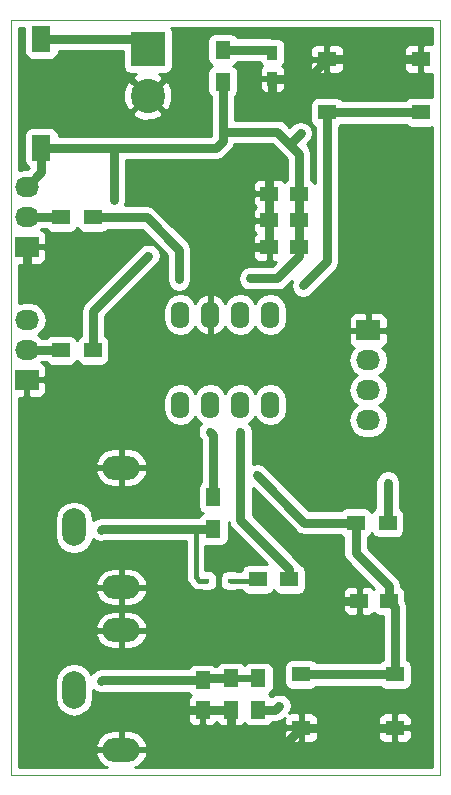
<source format=gbr>
G04 #@! TF.FileFunction,Copper,L1,Top,Signal*
%FSLAX46Y46*%
G04 Gerber Fmt 4.6, Leading zero omitted, Abs format (unit mm)*
G04 Created by KiCad (PCBNEW 4.0.5) date 02/27/17 15:44:33*
%MOMM*%
%LPD*%
G01*
G04 APERTURE LIST*
%ADD10C,0.200000*%
%ADD11C,0.100000*%
%ADD12R,2.900000X2.900000*%
%ADD13C,2.900000*%
%ADD14R,1.250000X1.500000*%
%ADD15R,1.500000X1.250000*%
%ADD16R,0.590000X0.450000*%
%ADD17R,0.900000X1.200000*%
%ADD18R,2.032000X1.727200*%
%ADD19O,2.032000X1.727200*%
%ADD20O,3.197860X1.998980*%
%ADD21O,1.998980X3.197860*%
%ADD22R,1.300000X1.500000*%
%ADD23R,1.500000X1.300000*%
%ADD24R,1.550000X1.300000*%
%ADD25R,1.600000X2.180000*%
%ADD26O,1.600000X2.300000*%
%ADD27C,0.685800*%
%ADD28C,0.800000*%
%ADD29C,1.000000*%
%ADD30C,0.600000*%
%ADD31C,0.400000*%
%ADD32C,0.500000*%
%ADD33C,0.254000*%
G04 APERTURE END LIST*
D10*
D11*
X0Y64000000D02*
X36300000Y64000000D01*
X0Y0D02*
X0Y64000000D01*
X36300000Y0D02*
X0Y0D01*
X36300000Y64000000D02*
X36300000Y0D01*
D12*
X11550000Y61500000D03*
D13*
X11550000Y57540000D03*
D14*
X16200000Y8050000D03*
X16200000Y5550000D03*
D15*
X31950000Y14800000D03*
X29450000Y14800000D03*
X24350000Y44750000D03*
X21850000Y44750000D03*
X24350000Y47000000D03*
X21850000Y47000000D03*
X24350000Y49250000D03*
X21850000Y49250000D03*
D16*
X16495000Y16500000D03*
X18605000Y16500000D03*
D17*
X22100000Y59000000D03*
X22100000Y61200000D03*
D18*
X30200000Y37700000D03*
D19*
X30200000Y35160000D03*
X30200000Y32620000D03*
X30200000Y30080000D03*
D20*
X9297960Y15945400D03*
D21*
X5300000Y21000000D03*
D20*
X9297960Y26054600D03*
X9297960Y2195400D03*
D21*
X5300000Y7250000D03*
D20*
X9297960Y12304600D03*
D18*
X1300000Y44750000D03*
D19*
X1300000Y47290000D03*
X1300000Y49830000D03*
D18*
X1300000Y33500000D03*
D19*
X1300000Y36040000D03*
X1300000Y38580000D03*
D22*
X18600000Y5550000D03*
X18600000Y8250000D03*
X17100000Y23550000D03*
X17100000Y20850000D03*
D23*
X23550000Y16600000D03*
X20850000Y16600000D03*
D22*
X20900000Y5550000D03*
X20900000Y8250000D03*
D23*
X29150000Y21400000D03*
X31850000Y21400000D03*
X6900000Y47250000D03*
X4200000Y47250000D03*
X6900000Y36000000D03*
X4200000Y36000000D03*
D22*
X17900000Y58750000D03*
X17900000Y61450000D03*
D24*
X32475000Y4050000D03*
X24525000Y4050000D03*
X32475000Y8550000D03*
X24525000Y8550000D03*
D25*
X2547680Y53147570D03*
X2552320Y62352430D03*
D24*
X34675000Y56150000D03*
X26725000Y56150000D03*
X34675000Y60650000D03*
X26725000Y60650000D03*
D26*
X14300000Y31400000D03*
X16840000Y31400000D03*
X19380000Y31400000D03*
X21920000Y31400000D03*
X21920000Y39020000D03*
X19380000Y39020000D03*
X16840000Y39020000D03*
X14300000Y39020000D03*
D27*
X4400000Y39200000D03*
X12500000Y12300000D03*
X16800000Y41700000D03*
X21800000Y51500000D03*
X13600000Y5500000D03*
X21300000Y56300000D03*
X7600000Y8000000D03*
X20800000Y25400000D03*
X24500000Y54400000D03*
X31900000Y24800000D03*
X8700000Y48700000D03*
X20200000Y42100000D03*
X7600000Y20800000D03*
X14200000Y42000000D03*
X16800000Y29100000D03*
X19400000Y29100000D03*
X22700000Y5900000D03*
X11600000Y44000000D03*
X24700000Y41500000D03*
D28*
X2552320Y62352430D02*
X10697570Y62352430D01*
D29*
X10697570Y62352430D02*
X11550000Y61500000D01*
D28*
X1300000Y42300000D02*
X1300000Y44750000D01*
X4400000Y39200000D02*
X1300000Y42300000D01*
X29450000Y14800000D02*
X26400000Y14800000D01*
X23900000Y12300000D02*
X12500000Y12300000D01*
X26400000Y14800000D02*
X23900000Y12300000D01*
X21850000Y44750000D02*
X19850000Y44750000D01*
X19850000Y44750000D02*
X16800000Y41700000D01*
X21850000Y44750000D02*
X21850000Y47000000D01*
X21850000Y47000000D02*
X21850000Y49250000D01*
X21850000Y49250000D02*
X21800000Y49300000D01*
X21800000Y49300000D02*
X21800000Y51500000D01*
X18600000Y5550000D02*
X18600000Y3500000D01*
X23175000Y2700000D02*
X24525000Y4050000D01*
X19400000Y2700000D02*
X23175000Y2700000D01*
X18600000Y3500000D02*
X19400000Y2700000D01*
X32475000Y4050000D02*
X24525000Y4050000D01*
X26725000Y60650000D02*
X34675000Y60650000D01*
X22100000Y59000000D02*
X25075000Y59000000D01*
X25075000Y59000000D02*
X26725000Y60650000D01*
X16200000Y5550000D02*
X13650000Y5550000D01*
X13650000Y5550000D02*
X13600000Y5500000D01*
X18600000Y5550000D02*
X16200000Y5550000D01*
X22100000Y59000000D02*
X22100000Y57100000D01*
X22100000Y57100000D02*
X21300000Y56300000D01*
X16200000Y8050000D02*
X7650000Y8050000D01*
X7650000Y8050000D02*
X7600000Y8000000D01*
D30*
X20900000Y8250000D02*
X18600000Y8250000D01*
D28*
X18600000Y8250000D02*
X16400000Y8250000D01*
D30*
X16400000Y8250000D02*
X16200000Y8050000D01*
D28*
X29150000Y21400000D02*
X24800000Y21400000D01*
X24800000Y21400000D02*
X20800000Y25400000D01*
X31950000Y14800000D02*
X31950000Y16050000D01*
X29150000Y18850000D02*
X29150000Y21400000D01*
X31950000Y16050000D02*
X29150000Y18850000D01*
X32475000Y8550000D02*
X32475000Y14275000D01*
X32475000Y14275000D02*
X31950000Y14800000D01*
X24525000Y8550000D02*
X32475000Y8550000D01*
X23450000Y53550000D02*
X23650000Y53550000D01*
X23650000Y53550000D02*
X24500000Y54400000D01*
X31850000Y24750000D02*
X31850000Y21400000D01*
X31900000Y24800000D02*
X31850000Y24750000D01*
X17900000Y54500000D02*
X22500000Y54500000D01*
X24350000Y52650000D02*
X24350000Y49250000D01*
X22500000Y54500000D02*
X23450000Y53550000D01*
X23450000Y53550000D02*
X24350000Y52650000D01*
X8700000Y53147570D02*
X8700000Y48700000D01*
X24350000Y44750000D02*
X24350000Y43950000D01*
X22500000Y42100000D02*
X20200000Y42100000D01*
X24350000Y43950000D02*
X22500000Y42100000D01*
X24350000Y47000000D02*
X24350000Y44750000D01*
X24350000Y49250000D02*
X24350000Y47000000D01*
X2547680Y53147570D02*
X2547680Y51077680D01*
X2547680Y51077680D02*
X1300000Y49830000D01*
X17900000Y58750000D02*
X17900000Y54500000D01*
X17900000Y54500000D02*
X17900000Y53700000D01*
X17347570Y53147570D02*
X8700000Y53147570D01*
X8700000Y53147570D02*
X2547680Y53147570D01*
X17900000Y53700000D02*
X17347570Y53147570D01*
D31*
X16495000Y16500000D02*
X15900000Y16500000D01*
X15600000Y16800000D02*
X15600000Y20850000D01*
X15900000Y16500000D02*
X15600000Y16800000D01*
D28*
X17100000Y20850000D02*
X15600000Y20850000D01*
X15600000Y20850000D02*
X7650000Y20850000D01*
X7650000Y20850000D02*
X7600000Y20800000D01*
D31*
X18605000Y16500000D02*
X20750000Y16500000D01*
D32*
X20750000Y16500000D02*
X20850000Y16600000D01*
D28*
X17900000Y61450000D02*
X21850000Y61450000D01*
D30*
X21850000Y61450000D02*
X22100000Y61200000D01*
D28*
X6900000Y47250000D02*
X11450000Y47250000D01*
X14200000Y44500000D02*
X14200000Y42000000D01*
X11450000Y47250000D02*
X14200000Y44500000D01*
X17100000Y23550000D02*
X17100000Y28800000D01*
X17100000Y28800000D02*
X16800000Y29100000D01*
X1300000Y47290000D02*
X4160000Y47290000D01*
D30*
X4160000Y47290000D02*
X4200000Y47250000D01*
D28*
X1300000Y36040000D02*
X4160000Y36040000D01*
D30*
X4160000Y36040000D02*
X4200000Y36000000D01*
D28*
X23550000Y16600000D02*
X23550000Y17450000D01*
X19400000Y21600000D02*
X19400000Y29100000D01*
X23550000Y17450000D02*
X19400000Y21600000D01*
X20900000Y5550000D02*
X22350000Y5550000D01*
X22350000Y5550000D02*
X22700000Y5900000D01*
X20900000Y5550000D02*
X21150000Y5550000D01*
X6900000Y36000000D02*
X6900000Y39300000D01*
X6900000Y39300000D02*
X11600000Y44000000D01*
X26725000Y56150000D02*
X26725000Y43525000D01*
X26725000Y43525000D02*
X24700000Y41500000D01*
X26725000Y56150000D02*
X34675000Y56150000D01*
D33*
G36*
X33435910Y55048559D02*
X33648110Y54903569D01*
X33900000Y54852560D01*
X35450000Y54852560D01*
X35615000Y54883607D01*
X35615000Y685000D01*
X10466072Y685000D01*
X10640225Y733929D01*
X11142962Y1129444D01*
X11456073Y1687241D01*
X11487019Y1815046D01*
X11367665Y2068400D01*
X9424960Y2068400D01*
X9424960Y2048400D01*
X9170960Y2048400D01*
X9170960Y2068400D01*
X7228255Y2068400D01*
X7108901Y1815046D01*
X7139847Y1687241D01*
X7452958Y1129444D01*
X7955695Y733929D01*
X8129848Y685000D01*
X685000Y685000D01*
X685000Y2575754D01*
X7108901Y2575754D01*
X7228255Y2322400D01*
X9170960Y2322400D01*
X9170960Y3829890D01*
X9424960Y3829890D01*
X9424960Y2322400D01*
X11367665Y2322400D01*
X11487019Y2575754D01*
X11456073Y2703559D01*
X11142962Y3261356D01*
X10640225Y3656871D01*
X10258032Y3764250D01*
X23115000Y3764250D01*
X23115000Y3273690D01*
X23211673Y3040301D01*
X23390302Y2861673D01*
X23623691Y2765000D01*
X24239250Y2765000D01*
X24398000Y2923750D01*
X24398000Y3923000D01*
X24652000Y3923000D01*
X24652000Y2923750D01*
X24810750Y2765000D01*
X25426309Y2765000D01*
X25659698Y2861673D01*
X25838327Y3040301D01*
X25935000Y3273690D01*
X25935000Y3764250D01*
X31065000Y3764250D01*
X31065000Y3273690D01*
X31161673Y3040301D01*
X31340302Y2861673D01*
X31573691Y2765000D01*
X32189250Y2765000D01*
X32348000Y2923750D01*
X32348000Y3923000D01*
X32602000Y3923000D01*
X32602000Y2923750D01*
X32760750Y2765000D01*
X33376309Y2765000D01*
X33609698Y2861673D01*
X33788327Y3040301D01*
X33885000Y3273690D01*
X33885000Y3764250D01*
X33726250Y3923000D01*
X32602000Y3923000D01*
X32348000Y3923000D01*
X31223750Y3923000D01*
X31065000Y3764250D01*
X25935000Y3764250D01*
X25776250Y3923000D01*
X24652000Y3923000D01*
X24398000Y3923000D01*
X23273750Y3923000D01*
X23115000Y3764250D01*
X10258032Y3764250D01*
X10024400Y3829890D01*
X9424960Y3829890D01*
X9170960Y3829890D01*
X8571520Y3829890D01*
X7955695Y3656871D01*
X7452958Y3261356D01*
X7139847Y2703559D01*
X7108901Y2575754D01*
X685000Y2575754D01*
X685000Y7893205D01*
X3665510Y7893205D01*
X3665510Y6606795D01*
X3789928Y5981303D01*
X4144241Y5451036D01*
X4674508Y5096723D01*
X5300000Y4972305D01*
X5925492Y5096723D01*
X6176213Y5264250D01*
X14940000Y5264250D01*
X14940000Y4673691D01*
X15036673Y4440302D01*
X15215301Y4261673D01*
X15448690Y4165000D01*
X15914250Y4165000D01*
X16073000Y4323750D01*
X16073000Y5423000D01*
X16327000Y5423000D01*
X16327000Y4323750D01*
X16485750Y4165000D01*
X16951310Y4165000D01*
X17184699Y4261673D01*
X17363327Y4440302D01*
X17387500Y4498661D01*
X17411673Y4440302D01*
X17590301Y4261673D01*
X17823690Y4165000D01*
X18314250Y4165000D01*
X18473000Y4323750D01*
X18473000Y5423000D01*
X17473750Y5423000D01*
X17387500Y5336750D01*
X17301250Y5423000D01*
X16327000Y5423000D01*
X16073000Y5423000D01*
X15098750Y5423000D01*
X14940000Y5264250D01*
X6176213Y5264250D01*
X6455759Y5451036D01*
X6810072Y5981303D01*
X6934490Y6606795D01*
X6934490Y7223813D01*
X7203923Y7043785D01*
X7600000Y6964999D01*
X7851368Y7015000D01*
X15003808Y7015000D01*
X15110910Y6848559D01*
X15179006Y6802031D01*
X15036673Y6659698D01*
X14940000Y6426309D01*
X14940000Y5835750D01*
X15098750Y5677000D01*
X16073000Y5677000D01*
X16073000Y5697000D01*
X16327000Y5697000D01*
X16327000Y5677000D01*
X17301250Y5677000D01*
X17387500Y5763250D01*
X17473750Y5677000D01*
X18473000Y5677000D01*
X18473000Y5697000D01*
X18727000Y5697000D01*
X18727000Y5677000D01*
X18747000Y5677000D01*
X18747000Y5423000D01*
X18727000Y5423000D01*
X18727000Y4323750D01*
X18885750Y4165000D01*
X19376310Y4165000D01*
X19609699Y4261673D01*
X19750936Y4402911D01*
X19785910Y4348559D01*
X19998110Y4203569D01*
X20250000Y4152560D01*
X21550000Y4152560D01*
X21785317Y4196838D01*
X22001441Y4335910D01*
X22123808Y4515000D01*
X22349995Y4515000D01*
X22350000Y4514999D01*
X22746077Y4593785D01*
X23081856Y4818144D01*
X23132662Y4868950D01*
X23115000Y4826310D01*
X23115000Y4335750D01*
X23273750Y4177000D01*
X24398000Y4177000D01*
X24398000Y5176250D01*
X24652000Y5176250D01*
X24652000Y4177000D01*
X25776250Y4177000D01*
X25935000Y4335750D01*
X25935000Y4826310D01*
X31065000Y4826310D01*
X31065000Y4335750D01*
X31223750Y4177000D01*
X32348000Y4177000D01*
X32348000Y5176250D01*
X32602000Y5176250D01*
X32602000Y4177000D01*
X33726250Y4177000D01*
X33885000Y4335750D01*
X33885000Y4826310D01*
X33788327Y5059699D01*
X33609698Y5238327D01*
X33376309Y5335000D01*
X32760750Y5335000D01*
X32602000Y5176250D01*
X32348000Y5176250D01*
X32189250Y5335000D01*
X31573691Y5335000D01*
X31340302Y5238327D01*
X31161673Y5059699D01*
X31065000Y4826310D01*
X25935000Y4826310D01*
X25838327Y5059699D01*
X25659698Y5238327D01*
X25426309Y5335000D01*
X24810750Y5335000D01*
X24652000Y5176250D01*
X24398000Y5176250D01*
X24239250Y5335000D01*
X23623691Y5335000D01*
X23512597Y5288983D01*
X23656215Y5503923D01*
X23735001Y5900000D01*
X23656215Y6296078D01*
X23431856Y6631856D01*
X23096078Y6856215D01*
X22700000Y6935001D01*
X22303923Y6856215D01*
X22054089Y6689281D01*
X22014090Y6751441D01*
X21801890Y6896431D01*
X21788803Y6899081D01*
X22001441Y7035910D01*
X22146431Y7248110D01*
X22197440Y7500000D01*
X22197440Y9000000D01*
X22153162Y9235317D01*
X22014090Y9451441D01*
X21801890Y9596431D01*
X21550000Y9647440D01*
X20250000Y9647440D01*
X20014683Y9603162D01*
X19798559Y9464090D01*
X19750866Y9394289D01*
X19714090Y9451441D01*
X19501890Y9596431D01*
X19250000Y9647440D01*
X17950000Y9647440D01*
X17714683Y9603162D01*
X17498559Y9464090D01*
X17376192Y9285000D01*
X17239975Y9285000D01*
X17076890Y9396431D01*
X16825000Y9447440D01*
X15575000Y9447440D01*
X15339683Y9403162D01*
X15123559Y9264090D01*
X15001192Y9085000D01*
X7650005Y9085000D01*
X7650000Y9085001D01*
X7253923Y9006215D01*
X6918144Y8781856D01*
X6918142Y8781853D01*
X6868144Y8731856D01*
X6767894Y8581821D01*
X6455759Y9048964D01*
X5925492Y9403277D01*
X5300000Y9527695D01*
X4674508Y9403277D01*
X4144241Y9048964D01*
X3789928Y8518697D01*
X3665510Y7893205D01*
X685000Y7893205D01*
X685000Y11924246D01*
X7108901Y11924246D01*
X7139847Y11796441D01*
X7452958Y11238644D01*
X7955695Y10843129D01*
X8571520Y10670110D01*
X9170960Y10670110D01*
X9170960Y12177600D01*
X9424960Y12177600D01*
X9424960Y10670110D01*
X10024400Y10670110D01*
X10640225Y10843129D01*
X11142962Y11238644D01*
X11456073Y11796441D01*
X11487019Y11924246D01*
X11367665Y12177600D01*
X9424960Y12177600D01*
X9170960Y12177600D01*
X7228255Y12177600D01*
X7108901Y11924246D01*
X685000Y11924246D01*
X685000Y12684954D01*
X7108901Y12684954D01*
X7228255Y12431600D01*
X9170960Y12431600D01*
X9170960Y13939090D01*
X9424960Y13939090D01*
X9424960Y12431600D01*
X11367665Y12431600D01*
X11487019Y12684954D01*
X11456073Y12812759D01*
X11142962Y13370556D01*
X10640225Y13766071D01*
X10024400Y13939090D01*
X9424960Y13939090D01*
X9170960Y13939090D01*
X8571520Y13939090D01*
X7955695Y13766071D01*
X7452958Y13370556D01*
X7139847Y12812759D01*
X7108901Y12684954D01*
X685000Y12684954D01*
X685000Y15565046D01*
X7108901Y15565046D01*
X7139847Y15437241D01*
X7452958Y14879444D01*
X7955695Y14483929D01*
X8571520Y14310910D01*
X9170960Y14310910D01*
X9170960Y15818400D01*
X9424960Y15818400D01*
X9424960Y14310910D01*
X10024400Y14310910D01*
X10640225Y14483929D01*
X10678765Y14514250D01*
X28065000Y14514250D01*
X28065000Y14048690D01*
X28161673Y13815301D01*
X28340302Y13636673D01*
X28573691Y13540000D01*
X29164250Y13540000D01*
X29323000Y13698750D01*
X29323000Y14673000D01*
X28223750Y14673000D01*
X28065000Y14514250D01*
X10678765Y14514250D01*
X11142962Y14879444D01*
X11456073Y15437241D01*
X11487019Y15565046D01*
X11367665Y15818400D01*
X9424960Y15818400D01*
X9170960Y15818400D01*
X7228255Y15818400D01*
X7108901Y15565046D01*
X685000Y15565046D01*
X685000Y16325754D01*
X7108901Y16325754D01*
X7228255Y16072400D01*
X9170960Y16072400D01*
X9170960Y17579890D01*
X9424960Y17579890D01*
X9424960Y16072400D01*
X11367665Y16072400D01*
X11487019Y16325754D01*
X11456073Y16453559D01*
X11142962Y17011356D01*
X10640225Y17406871D01*
X10024400Y17579890D01*
X9424960Y17579890D01*
X9170960Y17579890D01*
X8571520Y17579890D01*
X7955695Y17406871D01*
X7452958Y17011356D01*
X7139847Y16453559D01*
X7108901Y16325754D01*
X685000Y16325754D01*
X685000Y21643205D01*
X3665510Y21643205D01*
X3665510Y20356795D01*
X3789928Y19731303D01*
X4144241Y19201036D01*
X4674508Y18846723D01*
X5300000Y18722305D01*
X5925492Y18846723D01*
X6455759Y19201036D01*
X6810072Y19731303D01*
X6876026Y20062877D01*
X7203923Y19843785D01*
X7600000Y19764999D01*
X7851368Y19815000D01*
X14765000Y19815000D01*
X14765000Y16800000D01*
X14828561Y16480459D01*
X14974982Y16261325D01*
X15009566Y16209566D01*
X15309566Y15909566D01*
X15580459Y15728561D01*
X15900000Y15665000D01*
X16015116Y15665000D01*
X16200000Y15627560D01*
X16790000Y15627560D01*
X17025317Y15671838D01*
X17241441Y15810910D01*
X17386431Y16023110D01*
X17437440Y16275000D01*
X17437440Y16725000D01*
X17393162Y16960317D01*
X17254090Y17176441D01*
X17041890Y17321431D01*
X16790000Y17372440D01*
X16435000Y17372440D01*
X16435000Y19455598D01*
X16450000Y19452560D01*
X17750000Y19452560D01*
X17985317Y19496838D01*
X18201441Y19635910D01*
X18346431Y19848110D01*
X18397440Y20100000D01*
X18397440Y21436911D01*
X18443785Y21203923D01*
X18668144Y20868144D01*
X21648713Y17887575D01*
X21600000Y17897440D01*
X20100000Y17897440D01*
X19864683Y17853162D01*
X19648559Y17714090D01*
X19503569Y17501890D01*
X19469773Y17335000D01*
X19084884Y17335000D01*
X18900000Y17372440D01*
X18310000Y17372440D01*
X18074683Y17328162D01*
X17858559Y17189090D01*
X17713569Y16976890D01*
X17662560Y16725000D01*
X17662560Y16275000D01*
X17706838Y16039683D01*
X17845910Y15823559D01*
X18058110Y15678569D01*
X18310000Y15627560D01*
X18900000Y15627560D01*
X19098976Y15665000D01*
X19528808Y15665000D01*
X19635910Y15498559D01*
X19848110Y15353569D01*
X20100000Y15302560D01*
X21600000Y15302560D01*
X21835317Y15346838D01*
X22051441Y15485910D01*
X22196431Y15698110D01*
X22199081Y15711197D01*
X22335910Y15498559D01*
X22548110Y15353569D01*
X22800000Y15302560D01*
X24300000Y15302560D01*
X24535317Y15346838D01*
X24751441Y15485910D01*
X24796126Y15551310D01*
X28065000Y15551310D01*
X28065000Y15085750D01*
X28223750Y14927000D01*
X29323000Y14927000D01*
X29323000Y15901250D01*
X29164250Y16060000D01*
X28573691Y16060000D01*
X28340302Y15963327D01*
X28161673Y15784699D01*
X28065000Y15551310D01*
X24796126Y15551310D01*
X24896431Y15698110D01*
X24947440Y15950000D01*
X24947440Y17250000D01*
X24903162Y17485317D01*
X24764090Y17701441D01*
X24551890Y17846431D01*
X24498795Y17857183D01*
X24416349Y17980571D01*
X24281856Y18181856D01*
X24281853Y18181858D01*
X20435000Y22028712D01*
X20435000Y24301288D01*
X24068142Y20668147D01*
X24068144Y20668144D01*
X24222511Y20565000D01*
X24403922Y20443785D01*
X24800000Y20364999D01*
X24800005Y20365000D01*
X27893156Y20365000D01*
X27935910Y20298559D01*
X28115000Y20176192D01*
X28115000Y18850005D01*
X28114999Y18850000D01*
X28193785Y18453923D01*
X28418144Y18118144D01*
X30707415Y15828873D01*
X30702031Y15820994D01*
X30559698Y15963327D01*
X30326309Y16060000D01*
X29735750Y16060000D01*
X29577000Y15901250D01*
X29577000Y14927000D01*
X29597000Y14927000D01*
X29597000Y14673000D01*
X29577000Y14673000D01*
X29577000Y13698750D01*
X29735750Y13540000D01*
X30326309Y13540000D01*
X30559698Y13636673D01*
X30700936Y13777910D01*
X30735910Y13723559D01*
X30948110Y13578569D01*
X31200000Y13527560D01*
X31440000Y13527560D01*
X31440000Y9787279D01*
X31248559Y9664090D01*
X31194519Y9585000D01*
X25806844Y9585000D01*
X25764090Y9651441D01*
X25551890Y9796431D01*
X25300000Y9847440D01*
X23750000Y9847440D01*
X23514683Y9803162D01*
X23298559Y9664090D01*
X23153569Y9451890D01*
X23102560Y9200000D01*
X23102560Y7900000D01*
X23146838Y7664683D01*
X23285910Y7448559D01*
X23498110Y7303569D01*
X23750000Y7252560D01*
X25300000Y7252560D01*
X25535317Y7296838D01*
X25751441Y7435910D01*
X25805481Y7515000D01*
X31193156Y7515000D01*
X31235910Y7448559D01*
X31448110Y7303569D01*
X31700000Y7252560D01*
X33250000Y7252560D01*
X33485317Y7296838D01*
X33701441Y7435910D01*
X33846431Y7648110D01*
X33897440Y7900000D01*
X33897440Y9200000D01*
X33853162Y9435317D01*
X33714090Y9651441D01*
X33510000Y9790890D01*
X33510000Y14274995D01*
X33510001Y14275000D01*
X33431215Y14671077D01*
X33347440Y14796455D01*
X33347440Y15425000D01*
X33303162Y15660317D01*
X33164090Y15876441D01*
X32985000Y15998808D01*
X32985000Y16049995D01*
X32985001Y16050000D01*
X32906215Y16446077D01*
X32681856Y16781856D01*
X30185000Y19278712D01*
X30185000Y20178808D01*
X30351441Y20285910D01*
X30496431Y20498110D01*
X30499081Y20511197D01*
X30635910Y20298559D01*
X30848110Y20153569D01*
X31100000Y20102560D01*
X32600000Y20102560D01*
X32835317Y20146838D01*
X33051441Y20285910D01*
X33196431Y20498110D01*
X33247440Y20750000D01*
X33247440Y22050000D01*
X33203162Y22285317D01*
X33064090Y22501441D01*
X32885000Y22623808D01*
X32885000Y24548632D01*
X32935001Y24800000D01*
X32856215Y25196078D01*
X32631856Y25531856D01*
X32296078Y25756215D01*
X31900000Y25835001D01*
X31503923Y25756215D01*
X31168145Y25531856D01*
X31118144Y25481856D01*
X30893785Y25146077D01*
X30814999Y24750000D01*
X30815000Y24749995D01*
X30815000Y22621192D01*
X30648559Y22514090D01*
X30503569Y22301890D01*
X30500919Y22288803D01*
X30364090Y22501441D01*
X30151890Y22646431D01*
X29900000Y22697440D01*
X28400000Y22697440D01*
X28164683Y22653162D01*
X27948559Y22514090D01*
X27894519Y22435000D01*
X25228711Y22435000D01*
X21531856Y26131856D01*
X21196077Y26356215D01*
X20800000Y26435001D01*
X20435000Y26362397D01*
X20435000Y29100000D01*
X20356215Y29496077D01*
X20135159Y29826913D01*
X20394698Y30000332D01*
X20650000Y30382418D01*
X20905302Y30000332D01*
X21370849Y29689263D01*
X21920000Y29580030D01*
X22469151Y29689263D01*
X22934698Y30000332D01*
X23245767Y30465879D01*
X23355000Y31015030D01*
X23355000Y31784970D01*
X23245767Y32334121D01*
X22934698Y32799668D01*
X22469151Y33110737D01*
X21920000Y33219970D01*
X21370849Y33110737D01*
X20905302Y32799668D01*
X20650000Y32417582D01*
X20394698Y32799668D01*
X19929151Y33110737D01*
X19380000Y33219970D01*
X18830849Y33110737D01*
X18365302Y32799668D01*
X18110000Y32417582D01*
X17854698Y32799668D01*
X17389151Y33110737D01*
X16840000Y33219970D01*
X16290849Y33110737D01*
X15825302Y32799668D01*
X15570000Y32417582D01*
X15314698Y32799668D01*
X14849151Y33110737D01*
X14300000Y33219970D01*
X13750849Y33110737D01*
X13285302Y32799668D01*
X12974233Y32334121D01*
X12865000Y31784970D01*
X12865000Y31015030D01*
X12974233Y30465879D01*
X13285302Y30000332D01*
X13750849Y29689263D01*
X14300000Y29580030D01*
X14849151Y29689263D01*
X15314698Y30000332D01*
X15570000Y30382418D01*
X15825302Y30000332D01*
X16072794Y29834963D01*
X16068144Y29831856D01*
X15843785Y29496077D01*
X15764999Y29100000D01*
X15843785Y28703923D01*
X16065000Y28372849D01*
X16065000Y24806844D01*
X15998559Y24764090D01*
X15853569Y24551890D01*
X15802560Y24300000D01*
X15802560Y22800000D01*
X15846838Y22564683D01*
X15985910Y22348559D01*
X16198110Y22203569D01*
X16211197Y22200919D01*
X15998559Y22064090D01*
X15876192Y21885000D01*
X7650005Y21885000D01*
X7650000Y21885001D01*
X7253923Y21806215D01*
X6934490Y21592778D01*
X6934490Y21643205D01*
X6810072Y22268697D01*
X6455759Y22798964D01*
X5925492Y23153277D01*
X5300000Y23277695D01*
X4674508Y23153277D01*
X4144241Y22798964D01*
X3789928Y22268697D01*
X3665510Y21643205D01*
X685000Y21643205D01*
X685000Y25674246D01*
X7108901Y25674246D01*
X7139847Y25546441D01*
X7452958Y24988644D01*
X7955695Y24593129D01*
X8571520Y24420110D01*
X9170960Y24420110D01*
X9170960Y25927600D01*
X9424960Y25927600D01*
X9424960Y24420110D01*
X10024400Y24420110D01*
X10640225Y24593129D01*
X11142962Y24988644D01*
X11456073Y25546441D01*
X11487019Y25674246D01*
X11367665Y25927600D01*
X9424960Y25927600D01*
X9170960Y25927600D01*
X7228255Y25927600D01*
X7108901Y25674246D01*
X685000Y25674246D01*
X685000Y26434954D01*
X7108901Y26434954D01*
X7228255Y26181600D01*
X9170960Y26181600D01*
X9170960Y27689090D01*
X9424960Y27689090D01*
X9424960Y26181600D01*
X11367665Y26181600D01*
X11487019Y26434954D01*
X11456073Y26562759D01*
X11142962Y27120556D01*
X10640225Y27516071D01*
X10024400Y27689090D01*
X9424960Y27689090D01*
X9170960Y27689090D01*
X8571520Y27689090D01*
X7955695Y27516071D01*
X7452958Y27120556D01*
X7139847Y26562759D01*
X7108901Y26434954D01*
X685000Y26434954D01*
X685000Y32001400D01*
X1014250Y32001400D01*
X1173000Y32160150D01*
X1173000Y33373000D01*
X1427000Y33373000D01*
X1427000Y32160150D01*
X1585750Y32001400D01*
X2442309Y32001400D01*
X2675698Y32098073D01*
X2854327Y32276701D01*
X2951000Y32510090D01*
X2951000Y33214250D01*
X2792250Y33373000D01*
X1427000Y33373000D01*
X1173000Y33373000D01*
X1153000Y33373000D01*
X1153000Y33627000D01*
X1173000Y33627000D01*
X1173000Y33647000D01*
X1427000Y33647000D01*
X1427000Y33627000D01*
X2792250Y33627000D01*
X2951000Y33785750D01*
X2951000Y34489910D01*
X2854327Y34723299D01*
X2675698Y34901927D01*
X2522220Y34965500D01*
X2544415Y34980330D01*
X2560899Y35005000D01*
X2917417Y35005000D01*
X2985910Y34898559D01*
X3198110Y34753569D01*
X3450000Y34702560D01*
X4950000Y34702560D01*
X5185317Y34746838D01*
X5401441Y34885910D01*
X5546431Y35098110D01*
X5549081Y35111197D01*
X5685910Y34898559D01*
X5898110Y34753569D01*
X6150000Y34702560D01*
X7650000Y34702560D01*
X7885317Y34746838D01*
X8101441Y34885910D01*
X8246431Y35098110D01*
X8258964Y35160000D01*
X28516655Y35160000D01*
X28630729Y34586511D01*
X28955585Y34100330D01*
X29270366Y33890000D01*
X28955585Y33679670D01*
X28630729Y33193489D01*
X28516655Y32620000D01*
X28630729Y32046511D01*
X28955585Y31560330D01*
X29270366Y31350000D01*
X28955585Y31139670D01*
X28630729Y30653489D01*
X28516655Y30080000D01*
X28630729Y29506511D01*
X28955585Y29020330D01*
X29441766Y28695474D01*
X30015255Y28581400D01*
X30384745Y28581400D01*
X30958234Y28695474D01*
X31444415Y29020330D01*
X31769271Y29506511D01*
X31883345Y30080000D01*
X31769271Y30653489D01*
X31444415Y31139670D01*
X31129634Y31350000D01*
X31444415Y31560330D01*
X31769271Y32046511D01*
X31883345Y32620000D01*
X31769271Y33193489D01*
X31444415Y33679670D01*
X31129634Y33890000D01*
X31444415Y34100330D01*
X31769271Y34586511D01*
X31883345Y35160000D01*
X31769271Y35733489D01*
X31444415Y36219670D01*
X31422220Y36234500D01*
X31575698Y36298073D01*
X31754327Y36476701D01*
X31851000Y36710090D01*
X31851000Y37414250D01*
X31692250Y37573000D01*
X30327000Y37573000D01*
X30327000Y37553000D01*
X30073000Y37553000D01*
X30073000Y37573000D01*
X28707750Y37573000D01*
X28549000Y37414250D01*
X28549000Y36710090D01*
X28645673Y36476701D01*
X28824302Y36298073D01*
X28977780Y36234500D01*
X28955585Y36219670D01*
X28630729Y35733489D01*
X28516655Y35160000D01*
X8258964Y35160000D01*
X8297440Y35350000D01*
X8297440Y36650000D01*
X8253162Y36885317D01*
X8114090Y37101441D01*
X7935000Y37223808D01*
X7935000Y38871288D01*
X8468681Y39404970D01*
X12865000Y39404970D01*
X12865000Y38635030D01*
X12974233Y38085879D01*
X13285302Y37620332D01*
X13750849Y37309263D01*
X14300000Y37200030D01*
X14849151Y37309263D01*
X15314698Y37620332D01*
X15567149Y37998151D01*
X15915104Y37565500D01*
X16408181Y37295633D01*
X16490961Y37278096D01*
X16713000Y37400085D01*
X16713000Y38893000D01*
X16693000Y38893000D01*
X16693000Y39147000D01*
X16713000Y39147000D01*
X16713000Y40639915D01*
X16967000Y40639915D01*
X16967000Y39147000D01*
X16987000Y39147000D01*
X16987000Y38893000D01*
X16967000Y38893000D01*
X16967000Y37400085D01*
X17189039Y37278096D01*
X17271819Y37295633D01*
X17764896Y37565500D01*
X18112851Y37998151D01*
X18365302Y37620332D01*
X18830849Y37309263D01*
X19380000Y37200030D01*
X19929151Y37309263D01*
X20394698Y37620332D01*
X20650000Y38002418D01*
X20905302Y37620332D01*
X21370849Y37309263D01*
X21920000Y37200030D01*
X22469151Y37309263D01*
X22934698Y37620332D01*
X23245767Y38085879D01*
X23355000Y38635030D01*
X23355000Y38689910D01*
X28549000Y38689910D01*
X28549000Y37985750D01*
X28707750Y37827000D01*
X30073000Y37827000D01*
X30073000Y39039850D01*
X30327000Y39039850D01*
X30327000Y37827000D01*
X31692250Y37827000D01*
X31851000Y37985750D01*
X31851000Y38689910D01*
X31754327Y38923299D01*
X31575698Y39101927D01*
X31342309Y39198600D01*
X30485750Y39198600D01*
X30327000Y39039850D01*
X30073000Y39039850D01*
X29914250Y39198600D01*
X29057691Y39198600D01*
X28824302Y39101927D01*
X28645673Y38923299D01*
X28549000Y38689910D01*
X23355000Y38689910D01*
X23355000Y39404970D01*
X23245767Y39954121D01*
X22934698Y40419668D01*
X22469151Y40730737D01*
X21920000Y40839970D01*
X21370849Y40730737D01*
X20905302Y40419668D01*
X20650000Y40037582D01*
X20394698Y40419668D01*
X19929151Y40730737D01*
X19380000Y40839970D01*
X18830849Y40730737D01*
X18365302Y40419668D01*
X18112851Y40041849D01*
X17764896Y40474500D01*
X17271819Y40744367D01*
X17189039Y40761904D01*
X16967000Y40639915D01*
X16713000Y40639915D01*
X16490961Y40761904D01*
X16408181Y40744367D01*
X15915104Y40474500D01*
X15567149Y40041849D01*
X15314698Y40419668D01*
X14849151Y40730737D01*
X14300000Y40839970D01*
X13750849Y40730737D01*
X13285302Y40419668D01*
X12974233Y39954121D01*
X12865000Y39404970D01*
X8468681Y39404970D01*
X12331856Y43268145D01*
X12556215Y43603923D01*
X12635001Y44000000D01*
X12556215Y44396078D01*
X12331856Y44731856D01*
X11996078Y44956215D01*
X11600000Y45035001D01*
X11203923Y44956215D01*
X10868145Y44731856D01*
X6168144Y40031856D01*
X5943785Y39696077D01*
X5864999Y39300000D01*
X5865000Y39299995D01*
X5865000Y37221192D01*
X5698559Y37114090D01*
X5553569Y36901890D01*
X5550919Y36888803D01*
X5414090Y37101441D01*
X5201890Y37246431D01*
X4950000Y37297440D01*
X3450000Y37297440D01*
X3214683Y37253162D01*
X2998559Y37114090D01*
X2971850Y37075000D01*
X2560899Y37075000D01*
X2544415Y37099670D01*
X2229634Y37310000D01*
X2544415Y37520330D01*
X2869271Y38006511D01*
X2983345Y38580000D01*
X2869271Y39153489D01*
X2544415Y39639670D01*
X2058234Y39964526D01*
X1484745Y40078600D01*
X1115255Y40078600D01*
X685000Y39993017D01*
X685000Y43251400D01*
X1014250Y43251400D01*
X1173000Y43410150D01*
X1173000Y44623000D01*
X1427000Y44623000D01*
X1427000Y43410150D01*
X1585750Y43251400D01*
X2442309Y43251400D01*
X2675698Y43348073D01*
X2854327Y43526701D01*
X2951000Y43760090D01*
X2951000Y44464250D01*
X2792250Y44623000D01*
X1427000Y44623000D01*
X1173000Y44623000D01*
X1153000Y44623000D01*
X1153000Y44877000D01*
X1173000Y44877000D01*
X1173000Y44897000D01*
X1427000Y44897000D01*
X1427000Y44877000D01*
X2792250Y44877000D01*
X2951000Y45035750D01*
X2951000Y45739910D01*
X2854327Y45973299D01*
X2675698Y46151927D01*
X2522220Y46215500D01*
X2544415Y46230330D01*
X2560899Y46255000D01*
X2917417Y46255000D01*
X2985910Y46148559D01*
X3198110Y46003569D01*
X3450000Y45952560D01*
X4950000Y45952560D01*
X5185317Y45996838D01*
X5401441Y46135910D01*
X5546431Y46348110D01*
X5549081Y46361197D01*
X5685910Y46148559D01*
X5898110Y46003569D01*
X6150000Y45952560D01*
X7650000Y45952560D01*
X7885317Y45996838D01*
X8101441Y46135910D01*
X8155481Y46215000D01*
X11021288Y46215000D01*
X13165000Y44071289D01*
X13165000Y42000000D01*
X13243785Y41603923D01*
X13468144Y41268144D01*
X13803923Y41043785D01*
X14200000Y40965000D01*
X14596077Y41043785D01*
X14931856Y41268144D01*
X15156215Y41603923D01*
X15235000Y42000000D01*
X15235000Y44464250D01*
X20465000Y44464250D01*
X20465000Y43998690D01*
X20561673Y43765301D01*
X20740302Y43586673D01*
X20973691Y43490000D01*
X21564250Y43490000D01*
X21723000Y43648750D01*
X21723000Y44623000D01*
X20623750Y44623000D01*
X20465000Y44464250D01*
X15235000Y44464250D01*
X15235000Y44500000D01*
X15156215Y44896077D01*
X15156215Y44896078D01*
X15066349Y45030571D01*
X14931856Y45231856D01*
X14931853Y45231858D01*
X13449462Y46714250D01*
X20465000Y46714250D01*
X20465000Y46248690D01*
X20561673Y46015301D01*
X20701975Y45875000D01*
X20561673Y45734699D01*
X20465000Y45501310D01*
X20465000Y45035750D01*
X20623750Y44877000D01*
X21723000Y44877000D01*
X21723000Y45851250D01*
X21699250Y45875000D01*
X21723000Y45898750D01*
X21723000Y46873000D01*
X20623750Y46873000D01*
X20465000Y46714250D01*
X13449462Y46714250D01*
X12181856Y47981856D01*
X11846077Y48206215D01*
X11450000Y48285001D01*
X11449995Y48285000D01*
X9643571Y48285000D01*
X9656215Y48303923D01*
X9735000Y48700000D01*
X9735000Y48964250D01*
X20465000Y48964250D01*
X20465000Y48498690D01*
X20561673Y48265301D01*
X20701975Y48125000D01*
X20561673Y47984699D01*
X20465000Y47751310D01*
X20465000Y47285750D01*
X20623750Y47127000D01*
X21723000Y47127000D01*
X21723000Y48101250D01*
X21699250Y48125000D01*
X21723000Y48148750D01*
X21723000Y49123000D01*
X20623750Y49123000D01*
X20465000Y48964250D01*
X9735000Y48964250D01*
X9735000Y50001310D01*
X20465000Y50001310D01*
X20465000Y49535750D01*
X20623750Y49377000D01*
X21723000Y49377000D01*
X21723000Y50351250D01*
X21564250Y50510000D01*
X20973691Y50510000D01*
X20740302Y50413327D01*
X20561673Y50234699D01*
X20465000Y50001310D01*
X9735000Y50001310D01*
X9735000Y52112570D01*
X17347565Y52112570D01*
X17347570Y52112569D01*
X17743647Y52191355D01*
X18079426Y52415714D01*
X18631856Y52968144D01*
X18856215Y53303923D01*
X18888256Y53465000D01*
X22071288Y53465000D01*
X22718142Y52818147D01*
X22718144Y52818144D01*
X23315000Y52221289D01*
X23315000Y50446192D01*
X23148559Y50339090D01*
X23102031Y50270994D01*
X22959698Y50413327D01*
X22726309Y50510000D01*
X22135750Y50510000D01*
X21977000Y50351250D01*
X21977000Y49377000D01*
X21997000Y49377000D01*
X21997000Y49123000D01*
X21977000Y49123000D01*
X21977000Y48148750D01*
X22000750Y48125000D01*
X21977000Y48101250D01*
X21977000Y47127000D01*
X21997000Y47127000D01*
X21997000Y46873000D01*
X21977000Y46873000D01*
X21977000Y45898750D01*
X22000750Y45875000D01*
X21977000Y45851250D01*
X21977000Y44877000D01*
X21997000Y44877000D01*
X21997000Y44623000D01*
X21977000Y44623000D01*
X21977000Y43648750D01*
X22135750Y43490000D01*
X22426288Y43490000D01*
X22071288Y43135000D01*
X20200000Y43135000D01*
X19803923Y43056215D01*
X19468144Y42831856D01*
X19243785Y42496077D01*
X19165000Y42100000D01*
X19243785Y41703923D01*
X19468144Y41368144D01*
X19803923Y41143785D01*
X20200000Y41065000D01*
X22499995Y41065000D01*
X22500000Y41064999D01*
X22896077Y41143785D01*
X23231856Y41368144D01*
X23739811Y41876099D01*
X23664999Y41500000D01*
X23743785Y41103923D01*
X23968144Y40768144D01*
X24303923Y40543785D01*
X24700000Y40464999D01*
X25096077Y40543785D01*
X25431856Y40768144D01*
X27456853Y42793142D01*
X27456856Y42793144D01*
X27609952Y43022270D01*
X27681215Y43128922D01*
X27760000Y43525000D01*
X27760000Y54912721D01*
X27951441Y55035910D01*
X28005481Y55115000D01*
X33393156Y55115000D01*
X33435910Y55048559D01*
X33435910Y55048559D01*
G37*
X33435910Y55048559D02*
X33648110Y54903569D01*
X33900000Y54852560D01*
X35450000Y54852560D01*
X35615000Y54883607D01*
X35615000Y685000D01*
X10466072Y685000D01*
X10640225Y733929D01*
X11142962Y1129444D01*
X11456073Y1687241D01*
X11487019Y1815046D01*
X11367665Y2068400D01*
X9424960Y2068400D01*
X9424960Y2048400D01*
X9170960Y2048400D01*
X9170960Y2068400D01*
X7228255Y2068400D01*
X7108901Y1815046D01*
X7139847Y1687241D01*
X7452958Y1129444D01*
X7955695Y733929D01*
X8129848Y685000D01*
X685000Y685000D01*
X685000Y2575754D01*
X7108901Y2575754D01*
X7228255Y2322400D01*
X9170960Y2322400D01*
X9170960Y3829890D01*
X9424960Y3829890D01*
X9424960Y2322400D01*
X11367665Y2322400D01*
X11487019Y2575754D01*
X11456073Y2703559D01*
X11142962Y3261356D01*
X10640225Y3656871D01*
X10258032Y3764250D01*
X23115000Y3764250D01*
X23115000Y3273690D01*
X23211673Y3040301D01*
X23390302Y2861673D01*
X23623691Y2765000D01*
X24239250Y2765000D01*
X24398000Y2923750D01*
X24398000Y3923000D01*
X24652000Y3923000D01*
X24652000Y2923750D01*
X24810750Y2765000D01*
X25426309Y2765000D01*
X25659698Y2861673D01*
X25838327Y3040301D01*
X25935000Y3273690D01*
X25935000Y3764250D01*
X31065000Y3764250D01*
X31065000Y3273690D01*
X31161673Y3040301D01*
X31340302Y2861673D01*
X31573691Y2765000D01*
X32189250Y2765000D01*
X32348000Y2923750D01*
X32348000Y3923000D01*
X32602000Y3923000D01*
X32602000Y2923750D01*
X32760750Y2765000D01*
X33376309Y2765000D01*
X33609698Y2861673D01*
X33788327Y3040301D01*
X33885000Y3273690D01*
X33885000Y3764250D01*
X33726250Y3923000D01*
X32602000Y3923000D01*
X32348000Y3923000D01*
X31223750Y3923000D01*
X31065000Y3764250D01*
X25935000Y3764250D01*
X25776250Y3923000D01*
X24652000Y3923000D01*
X24398000Y3923000D01*
X23273750Y3923000D01*
X23115000Y3764250D01*
X10258032Y3764250D01*
X10024400Y3829890D01*
X9424960Y3829890D01*
X9170960Y3829890D01*
X8571520Y3829890D01*
X7955695Y3656871D01*
X7452958Y3261356D01*
X7139847Y2703559D01*
X7108901Y2575754D01*
X685000Y2575754D01*
X685000Y7893205D01*
X3665510Y7893205D01*
X3665510Y6606795D01*
X3789928Y5981303D01*
X4144241Y5451036D01*
X4674508Y5096723D01*
X5300000Y4972305D01*
X5925492Y5096723D01*
X6176213Y5264250D01*
X14940000Y5264250D01*
X14940000Y4673691D01*
X15036673Y4440302D01*
X15215301Y4261673D01*
X15448690Y4165000D01*
X15914250Y4165000D01*
X16073000Y4323750D01*
X16073000Y5423000D01*
X16327000Y5423000D01*
X16327000Y4323750D01*
X16485750Y4165000D01*
X16951310Y4165000D01*
X17184699Y4261673D01*
X17363327Y4440302D01*
X17387500Y4498661D01*
X17411673Y4440302D01*
X17590301Y4261673D01*
X17823690Y4165000D01*
X18314250Y4165000D01*
X18473000Y4323750D01*
X18473000Y5423000D01*
X17473750Y5423000D01*
X17387500Y5336750D01*
X17301250Y5423000D01*
X16327000Y5423000D01*
X16073000Y5423000D01*
X15098750Y5423000D01*
X14940000Y5264250D01*
X6176213Y5264250D01*
X6455759Y5451036D01*
X6810072Y5981303D01*
X6934490Y6606795D01*
X6934490Y7223813D01*
X7203923Y7043785D01*
X7600000Y6964999D01*
X7851368Y7015000D01*
X15003808Y7015000D01*
X15110910Y6848559D01*
X15179006Y6802031D01*
X15036673Y6659698D01*
X14940000Y6426309D01*
X14940000Y5835750D01*
X15098750Y5677000D01*
X16073000Y5677000D01*
X16073000Y5697000D01*
X16327000Y5697000D01*
X16327000Y5677000D01*
X17301250Y5677000D01*
X17387500Y5763250D01*
X17473750Y5677000D01*
X18473000Y5677000D01*
X18473000Y5697000D01*
X18727000Y5697000D01*
X18727000Y5677000D01*
X18747000Y5677000D01*
X18747000Y5423000D01*
X18727000Y5423000D01*
X18727000Y4323750D01*
X18885750Y4165000D01*
X19376310Y4165000D01*
X19609699Y4261673D01*
X19750936Y4402911D01*
X19785910Y4348559D01*
X19998110Y4203569D01*
X20250000Y4152560D01*
X21550000Y4152560D01*
X21785317Y4196838D01*
X22001441Y4335910D01*
X22123808Y4515000D01*
X22349995Y4515000D01*
X22350000Y4514999D01*
X22746077Y4593785D01*
X23081856Y4818144D01*
X23132662Y4868950D01*
X23115000Y4826310D01*
X23115000Y4335750D01*
X23273750Y4177000D01*
X24398000Y4177000D01*
X24398000Y5176250D01*
X24652000Y5176250D01*
X24652000Y4177000D01*
X25776250Y4177000D01*
X25935000Y4335750D01*
X25935000Y4826310D01*
X31065000Y4826310D01*
X31065000Y4335750D01*
X31223750Y4177000D01*
X32348000Y4177000D01*
X32348000Y5176250D01*
X32602000Y5176250D01*
X32602000Y4177000D01*
X33726250Y4177000D01*
X33885000Y4335750D01*
X33885000Y4826310D01*
X33788327Y5059699D01*
X33609698Y5238327D01*
X33376309Y5335000D01*
X32760750Y5335000D01*
X32602000Y5176250D01*
X32348000Y5176250D01*
X32189250Y5335000D01*
X31573691Y5335000D01*
X31340302Y5238327D01*
X31161673Y5059699D01*
X31065000Y4826310D01*
X25935000Y4826310D01*
X25838327Y5059699D01*
X25659698Y5238327D01*
X25426309Y5335000D01*
X24810750Y5335000D01*
X24652000Y5176250D01*
X24398000Y5176250D01*
X24239250Y5335000D01*
X23623691Y5335000D01*
X23512597Y5288983D01*
X23656215Y5503923D01*
X23735001Y5900000D01*
X23656215Y6296078D01*
X23431856Y6631856D01*
X23096078Y6856215D01*
X22700000Y6935001D01*
X22303923Y6856215D01*
X22054089Y6689281D01*
X22014090Y6751441D01*
X21801890Y6896431D01*
X21788803Y6899081D01*
X22001441Y7035910D01*
X22146431Y7248110D01*
X22197440Y7500000D01*
X22197440Y9000000D01*
X22153162Y9235317D01*
X22014090Y9451441D01*
X21801890Y9596431D01*
X21550000Y9647440D01*
X20250000Y9647440D01*
X20014683Y9603162D01*
X19798559Y9464090D01*
X19750866Y9394289D01*
X19714090Y9451441D01*
X19501890Y9596431D01*
X19250000Y9647440D01*
X17950000Y9647440D01*
X17714683Y9603162D01*
X17498559Y9464090D01*
X17376192Y9285000D01*
X17239975Y9285000D01*
X17076890Y9396431D01*
X16825000Y9447440D01*
X15575000Y9447440D01*
X15339683Y9403162D01*
X15123559Y9264090D01*
X15001192Y9085000D01*
X7650005Y9085000D01*
X7650000Y9085001D01*
X7253923Y9006215D01*
X6918144Y8781856D01*
X6918142Y8781853D01*
X6868144Y8731856D01*
X6767894Y8581821D01*
X6455759Y9048964D01*
X5925492Y9403277D01*
X5300000Y9527695D01*
X4674508Y9403277D01*
X4144241Y9048964D01*
X3789928Y8518697D01*
X3665510Y7893205D01*
X685000Y7893205D01*
X685000Y11924246D01*
X7108901Y11924246D01*
X7139847Y11796441D01*
X7452958Y11238644D01*
X7955695Y10843129D01*
X8571520Y10670110D01*
X9170960Y10670110D01*
X9170960Y12177600D01*
X9424960Y12177600D01*
X9424960Y10670110D01*
X10024400Y10670110D01*
X10640225Y10843129D01*
X11142962Y11238644D01*
X11456073Y11796441D01*
X11487019Y11924246D01*
X11367665Y12177600D01*
X9424960Y12177600D01*
X9170960Y12177600D01*
X7228255Y12177600D01*
X7108901Y11924246D01*
X685000Y11924246D01*
X685000Y12684954D01*
X7108901Y12684954D01*
X7228255Y12431600D01*
X9170960Y12431600D01*
X9170960Y13939090D01*
X9424960Y13939090D01*
X9424960Y12431600D01*
X11367665Y12431600D01*
X11487019Y12684954D01*
X11456073Y12812759D01*
X11142962Y13370556D01*
X10640225Y13766071D01*
X10024400Y13939090D01*
X9424960Y13939090D01*
X9170960Y13939090D01*
X8571520Y13939090D01*
X7955695Y13766071D01*
X7452958Y13370556D01*
X7139847Y12812759D01*
X7108901Y12684954D01*
X685000Y12684954D01*
X685000Y15565046D01*
X7108901Y15565046D01*
X7139847Y15437241D01*
X7452958Y14879444D01*
X7955695Y14483929D01*
X8571520Y14310910D01*
X9170960Y14310910D01*
X9170960Y15818400D01*
X9424960Y15818400D01*
X9424960Y14310910D01*
X10024400Y14310910D01*
X10640225Y14483929D01*
X10678765Y14514250D01*
X28065000Y14514250D01*
X28065000Y14048690D01*
X28161673Y13815301D01*
X28340302Y13636673D01*
X28573691Y13540000D01*
X29164250Y13540000D01*
X29323000Y13698750D01*
X29323000Y14673000D01*
X28223750Y14673000D01*
X28065000Y14514250D01*
X10678765Y14514250D01*
X11142962Y14879444D01*
X11456073Y15437241D01*
X11487019Y15565046D01*
X11367665Y15818400D01*
X9424960Y15818400D01*
X9170960Y15818400D01*
X7228255Y15818400D01*
X7108901Y15565046D01*
X685000Y15565046D01*
X685000Y16325754D01*
X7108901Y16325754D01*
X7228255Y16072400D01*
X9170960Y16072400D01*
X9170960Y17579890D01*
X9424960Y17579890D01*
X9424960Y16072400D01*
X11367665Y16072400D01*
X11487019Y16325754D01*
X11456073Y16453559D01*
X11142962Y17011356D01*
X10640225Y17406871D01*
X10024400Y17579890D01*
X9424960Y17579890D01*
X9170960Y17579890D01*
X8571520Y17579890D01*
X7955695Y17406871D01*
X7452958Y17011356D01*
X7139847Y16453559D01*
X7108901Y16325754D01*
X685000Y16325754D01*
X685000Y21643205D01*
X3665510Y21643205D01*
X3665510Y20356795D01*
X3789928Y19731303D01*
X4144241Y19201036D01*
X4674508Y18846723D01*
X5300000Y18722305D01*
X5925492Y18846723D01*
X6455759Y19201036D01*
X6810072Y19731303D01*
X6876026Y20062877D01*
X7203923Y19843785D01*
X7600000Y19764999D01*
X7851368Y19815000D01*
X14765000Y19815000D01*
X14765000Y16800000D01*
X14828561Y16480459D01*
X14974982Y16261325D01*
X15009566Y16209566D01*
X15309566Y15909566D01*
X15580459Y15728561D01*
X15900000Y15665000D01*
X16015116Y15665000D01*
X16200000Y15627560D01*
X16790000Y15627560D01*
X17025317Y15671838D01*
X17241441Y15810910D01*
X17386431Y16023110D01*
X17437440Y16275000D01*
X17437440Y16725000D01*
X17393162Y16960317D01*
X17254090Y17176441D01*
X17041890Y17321431D01*
X16790000Y17372440D01*
X16435000Y17372440D01*
X16435000Y19455598D01*
X16450000Y19452560D01*
X17750000Y19452560D01*
X17985317Y19496838D01*
X18201441Y19635910D01*
X18346431Y19848110D01*
X18397440Y20100000D01*
X18397440Y21436911D01*
X18443785Y21203923D01*
X18668144Y20868144D01*
X21648713Y17887575D01*
X21600000Y17897440D01*
X20100000Y17897440D01*
X19864683Y17853162D01*
X19648559Y17714090D01*
X19503569Y17501890D01*
X19469773Y17335000D01*
X19084884Y17335000D01*
X18900000Y17372440D01*
X18310000Y17372440D01*
X18074683Y17328162D01*
X17858559Y17189090D01*
X17713569Y16976890D01*
X17662560Y16725000D01*
X17662560Y16275000D01*
X17706838Y16039683D01*
X17845910Y15823559D01*
X18058110Y15678569D01*
X18310000Y15627560D01*
X18900000Y15627560D01*
X19098976Y15665000D01*
X19528808Y15665000D01*
X19635910Y15498559D01*
X19848110Y15353569D01*
X20100000Y15302560D01*
X21600000Y15302560D01*
X21835317Y15346838D01*
X22051441Y15485910D01*
X22196431Y15698110D01*
X22199081Y15711197D01*
X22335910Y15498559D01*
X22548110Y15353569D01*
X22800000Y15302560D01*
X24300000Y15302560D01*
X24535317Y15346838D01*
X24751441Y15485910D01*
X24796126Y15551310D01*
X28065000Y15551310D01*
X28065000Y15085750D01*
X28223750Y14927000D01*
X29323000Y14927000D01*
X29323000Y15901250D01*
X29164250Y16060000D01*
X28573691Y16060000D01*
X28340302Y15963327D01*
X28161673Y15784699D01*
X28065000Y15551310D01*
X24796126Y15551310D01*
X24896431Y15698110D01*
X24947440Y15950000D01*
X24947440Y17250000D01*
X24903162Y17485317D01*
X24764090Y17701441D01*
X24551890Y17846431D01*
X24498795Y17857183D01*
X24416349Y17980571D01*
X24281856Y18181856D01*
X24281853Y18181858D01*
X20435000Y22028712D01*
X20435000Y24301288D01*
X24068142Y20668147D01*
X24068144Y20668144D01*
X24222511Y20565000D01*
X24403922Y20443785D01*
X24800000Y20364999D01*
X24800005Y20365000D01*
X27893156Y20365000D01*
X27935910Y20298559D01*
X28115000Y20176192D01*
X28115000Y18850005D01*
X28114999Y18850000D01*
X28193785Y18453923D01*
X28418144Y18118144D01*
X30707415Y15828873D01*
X30702031Y15820994D01*
X30559698Y15963327D01*
X30326309Y16060000D01*
X29735750Y16060000D01*
X29577000Y15901250D01*
X29577000Y14927000D01*
X29597000Y14927000D01*
X29597000Y14673000D01*
X29577000Y14673000D01*
X29577000Y13698750D01*
X29735750Y13540000D01*
X30326309Y13540000D01*
X30559698Y13636673D01*
X30700936Y13777910D01*
X30735910Y13723559D01*
X30948110Y13578569D01*
X31200000Y13527560D01*
X31440000Y13527560D01*
X31440000Y9787279D01*
X31248559Y9664090D01*
X31194519Y9585000D01*
X25806844Y9585000D01*
X25764090Y9651441D01*
X25551890Y9796431D01*
X25300000Y9847440D01*
X23750000Y9847440D01*
X23514683Y9803162D01*
X23298559Y9664090D01*
X23153569Y9451890D01*
X23102560Y9200000D01*
X23102560Y7900000D01*
X23146838Y7664683D01*
X23285910Y7448559D01*
X23498110Y7303569D01*
X23750000Y7252560D01*
X25300000Y7252560D01*
X25535317Y7296838D01*
X25751441Y7435910D01*
X25805481Y7515000D01*
X31193156Y7515000D01*
X31235910Y7448559D01*
X31448110Y7303569D01*
X31700000Y7252560D01*
X33250000Y7252560D01*
X33485317Y7296838D01*
X33701441Y7435910D01*
X33846431Y7648110D01*
X33897440Y7900000D01*
X33897440Y9200000D01*
X33853162Y9435317D01*
X33714090Y9651441D01*
X33510000Y9790890D01*
X33510000Y14274995D01*
X33510001Y14275000D01*
X33431215Y14671077D01*
X33347440Y14796455D01*
X33347440Y15425000D01*
X33303162Y15660317D01*
X33164090Y15876441D01*
X32985000Y15998808D01*
X32985000Y16049995D01*
X32985001Y16050000D01*
X32906215Y16446077D01*
X32681856Y16781856D01*
X30185000Y19278712D01*
X30185000Y20178808D01*
X30351441Y20285910D01*
X30496431Y20498110D01*
X30499081Y20511197D01*
X30635910Y20298559D01*
X30848110Y20153569D01*
X31100000Y20102560D01*
X32600000Y20102560D01*
X32835317Y20146838D01*
X33051441Y20285910D01*
X33196431Y20498110D01*
X33247440Y20750000D01*
X33247440Y22050000D01*
X33203162Y22285317D01*
X33064090Y22501441D01*
X32885000Y22623808D01*
X32885000Y24548632D01*
X32935001Y24800000D01*
X32856215Y25196078D01*
X32631856Y25531856D01*
X32296078Y25756215D01*
X31900000Y25835001D01*
X31503923Y25756215D01*
X31168145Y25531856D01*
X31118144Y25481856D01*
X30893785Y25146077D01*
X30814999Y24750000D01*
X30815000Y24749995D01*
X30815000Y22621192D01*
X30648559Y22514090D01*
X30503569Y22301890D01*
X30500919Y22288803D01*
X30364090Y22501441D01*
X30151890Y22646431D01*
X29900000Y22697440D01*
X28400000Y22697440D01*
X28164683Y22653162D01*
X27948559Y22514090D01*
X27894519Y22435000D01*
X25228711Y22435000D01*
X21531856Y26131856D01*
X21196077Y26356215D01*
X20800000Y26435001D01*
X20435000Y26362397D01*
X20435000Y29100000D01*
X20356215Y29496077D01*
X20135159Y29826913D01*
X20394698Y30000332D01*
X20650000Y30382418D01*
X20905302Y30000332D01*
X21370849Y29689263D01*
X21920000Y29580030D01*
X22469151Y29689263D01*
X22934698Y30000332D01*
X23245767Y30465879D01*
X23355000Y31015030D01*
X23355000Y31784970D01*
X23245767Y32334121D01*
X22934698Y32799668D01*
X22469151Y33110737D01*
X21920000Y33219970D01*
X21370849Y33110737D01*
X20905302Y32799668D01*
X20650000Y32417582D01*
X20394698Y32799668D01*
X19929151Y33110737D01*
X19380000Y33219970D01*
X18830849Y33110737D01*
X18365302Y32799668D01*
X18110000Y32417582D01*
X17854698Y32799668D01*
X17389151Y33110737D01*
X16840000Y33219970D01*
X16290849Y33110737D01*
X15825302Y32799668D01*
X15570000Y32417582D01*
X15314698Y32799668D01*
X14849151Y33110737D01*
X14300000Y33219970D01*
X13750849Y33110737D01*
X13285302Y32799668D01*
X12974233Y32334121D01*
X12865000Y31784970D01*
X12865000Y31015030D01*
X12974233Y30465879D01*
X13285302Y30000332D01*
X13750849Y29689263D01*
X14300000Y29580030D01*
X14849151Y29689263D01*
X15314698Y30000332D01*
X15570000Y30382418D01*
X15825302Y30000332D01*
X16072794Y29834963D01*
X16068144Y29831856D01*
X15843785Y29496077D01*
X15764999Y29100000D01*
X15843785Y28703923D01*
X16065000Y28372849D01*
X16065000Y24806844D01*
X15998559Y24764090D01*
X15853569Y24551890D01*
X15802560Y24300000D01*
X15802560Y22800000D01*
X15846838Y22564683D01*
X15985910Y22348559D01*
X16198110Y22203569D01*
X16211197Y22200919D01*
X15998559Y22064090D01*
X15876192Y21885000D01*
X7650005Y21885000D01*
X7650000Y21885001D01*
X7253923Y21806215D01*
X6934490Y21592778D01*
X6934490Y21643205D01*
X6810072Y22268697D01*
X6455759Y22798964D01*
X5925492Y23153277D01*
X5300000Y23277695D01*
X4674508Y23153277D01*
X4144241Y22798964D01*
X3789928Y22268697D01*
X3665510Y21643205D01*
X685000Y21643205D01*
X685000Y25674246D01*
X7108901Y25674246D01*
X7139847Y25546441D01*
X7452958Y24988644D01*
X7955695Y24593129D01*
X8571520Y24420110D01*
X9170960Y24420110D01*
X9170960Y25927600D01*
X9424960Y25927600D01*
X9424960Y24420110D01*
X10024400Y24420110D01*
X10640225Y24593129D01*
X11142962Y24988644D01*
X11456073Y25546441D01*
X11487019Y25674246D01*
X11367665Y25927600D01*
X9424960Y25927600D01*
X9170960Y25927600D01*
X7228255Y25927600D01*
X7108901Y25674246D01*
X685000Y25674246D01*
X685000Y26434954D01*
X7108901Y26434954D01*
X7228255Y26181600D01*
X9170960Y26181600D01*
X9170960Y27689090D01*
X9424960Y27689090D01*
X9424960Y26181600D01*
X11367665Y26181600D01*
X11487019Y26434954D01*
X11456073Y26562759D01*
X11142962Y27120556D01*
X10640225Y27516071D01*
X10024400Y27689090D01*
X9424960Y27689090D01*
X9170960Y27689090D01*
X8571520Y27689090D01*
X7955695Y27516071D01*
X7452958Y27120556D01*
X7139847Y26562759D01*
X7108901Y26434954D01*
X685000Y26434954D01*
X685000Y32001400D01*
X1014250Y32001400D01*
X1173000Y32160150D01*
X1173000Y33373000D01*
X1427000Y33373000D01*
X1427000Y32160150D01*
X1585750Y32001400D01*
X2442309Y32001400D01*
X2675698Y32098073D01*
X2854327Y32276701D01*
X2951000Y32510090D01*
X2951000Y33214250D01*
X2792250Y33373000D01*
X1427000Y33373000D01*
X1173000Y33373000D01*
X1153000Y33373000D01*
X1153000Y33627000D01*
X1173000Y33627000D01*
X1173000Y33647000D01*
X1427000Y33647000D01*
X1427000Y33627000D01*
X2792250Y33627000D01*
X2951000Y33785750D01*
X2951000Y34489910D01*
X2854327Y34723299D01*
X2675698Y34901927D01*
X2522220Y34965500D01*
X2544415Y34980330D01*
X2560899Y35005000D01*
X2917417Y35005000D01*
X2985910Y34898559D01*
X3198110Y34753569D01*
X3450000Y34702560D01*
X4950000Y34702560D01*
X5185317Y34746838D01*
X5401441Y34885910D01*
X5546431Y35098110D01*
X5549081Y35111197D01*
X5685910Y34898559D01*
X5898110Y34753569D01*
X6150000Y34702560D01*
X7650000Y34702560D01*
X7885317Y34746838D01*
X8101441Y34885910D01*
X8246431Y35098110D01*
X8258964Y35160000D01*
X28516655Y35160000D01*
X28630729Y34586511D01*
X28955585Y34100330D01*
X29270366Y33890000D01*
X28955585Y33679670D01*
X28630729Y33193489D01*
X28516655Y32620000D01*
X28630729Y32046511D01*
X28955585Y31560330D01*
X29270366Y31350000D01*
X28955585Y31139670D01*
X28630729Y30653489D01*
X28516655Y30080000D01*
X28630729Y29506511D01*
X28955585Y29020330D01*
X29441766Y28695474D01*
X30015255Y28581400D01*
X30384745Y28581400D01*
X30958234Y28695474D01*
X31444415Y29020330D01*
X31769271Y29506511D01*
X31883345Y30080000D01*
X31769271Y30653489D01*
X31444415Y31139670D01*
X31129634Y31350000D01*
X31444415Y31560330D01*
X31769271Y32046511D01*
X31883345Y32620000D01*
X31769271Y33193489D01*
X31444415Y33679670D01*
X31129634Y33890000D01*
X31444415Y34100330D01*
X31769271Y34586511D01*
X31883345Y35160000D01*
X31769271Y35733489D01*
X31444415Y36219670D01*
X31422220Y36234500D01*
X31575698Y36298073D01*
X31754327Y36476701D01*
X31851000Y36710090D01*
X31851000Y37414250D01*
X31692250Y37573000D01*
X30327000Y37573000D01*
X30327000Y37553000D01*
X30073000Y37553000D01*
X30073000Y37573000D01*
X28707750Y37573000D01*
X28549000Y37414250D01*
X28549000Y36710090D01*
X28645673Y36476701D01*
X28824302Y36298073D01*
X28977780Y36234500D01*
X28955585Y36219670D01*
X28630729Y35733489D01*
X28516655Y35160000D01*
X8258964Y35160000D01*
X8297440Y35350000D01*
X8297440Y36650000D01*
X8253162Y36885317D01*
X8114090Y37101441D01*
X7935000Y37223808D01*
X7935000Y38871288D01*
X8468681Y39404970D01*
X12865000Y39404970D01*
X12865000Y38635030D01*
X12974233Y38085879D01*
X13285302Y37620332D01*
X13750849Y37309263D01*
X14300000Y37200030D01*
X14849151Y37309263D01*
X15314698Y37620332D01*
X15567149Y37998151D01*
X15915104Y37565500D01*
X16408181Y37295633D01*
X16490961Y37278096D01*
X16713000Y37400085D01*
X16713000Y38893000D01*
X16693000Y38893000D01*
X16693000Y39147000D01*
X16713000Y39147000D01*
X16713000Y40639915D01*
X16967000Y40639915D01*
X16967000Y39147000D01*
X16987000Y39147000D01*
X16987000Y38893000D01*
X16967000Y38893000D01*
X16967000Y37400085D01*
X17189039Y37278096D01*
X17271819Y37295633D01*
X17764896Y37565500D01*
X18112851Y37998151D01*
X18365302Y37620332D01*
X18830849Y37309263D01*
X19380000Y37200030D01*
X19929151Y37309263D01*
X20394698Y37620332D01*
X20650000Y38002418D01*
X20905302Y37620332D01*
X21370849Y37309263D01*
X21920000Y37200030D01*
X22469151Y37309263D01*
X22934698Y37620332D01*
X23245767Y38085879D01*
X23355000Y38635030D01*
X23355000Y38689910D01*
X28549000Y38689910D01*
X28549000Y37985750D01*
X28707750Y37827000D01*
X30073000Y37827000D01*
X30073000Y39039850D01*
X30327000Y39039850D01*
X30327000Y37827000D01*
X31692250Y37827000D01*
X31851000Y37985750D01*
X31851000Y38689910D01*
X31754327Y38923299D01*
X31575698Y39101927D01*
X31342309Y39198600D01*
X30485750Y39198600D01*
X30327000Y39039850D01*
X30073000Y39039850D01*
X29914250Y39198600D01*
X29057691Y39198600D01*
X28824302Y39101927D01*
X28645673Y38923299D01*
X28549000Y38689910D01*
X23355000Y38689910D01*
X23355000Y39404970D01*
X23245767Y39954121D01*
X22934698Y40419668D01*
X22469151Y40730737D01*
X21920000Y40839970D01*
X21370849Y40730737D01*
X20905302Y40419668D01*
X20650000Y40037582D01*
X20394698Y40419668D01*
X19929151Y40730737D01*
X19380000Y40839970D01*
X18830849Y40730737D01*
X18365302Y40419668D01*
X18112851Y40041849D01*
X17764896Y40474500D01*
X17271819Y40744367D01*
X17189039Y40761904D01*
X16967000Y40639915D01*
X16713000Y40639915D01*
X16490961Y40761904D01*
X16408181Y40744367D01*
X15915104Y40474500D01*
X15567149Y40041849D01*
X15314698Y40419668D01*
X14849151Y40730737D01*
X14300000Y40839970D01*
X13750849Y40730737D01*
X13285302Y40419668D01*
X12974233Y39954121D01*
X12865000Y39404970D01*
X8468681Y39404970D01*
X12331856Y43268145D01*
X12556215Y43603923D01*
X12635001Y44000000D01*
X12556215Y44396078D01*
X12331856Y44731856D01*
X11996078Y44956215D01*
X11600000Y45035001D01*
X11203923Y44956215D01*
X10868145Y44731856D01*
X6168144Y40031856D01*
X5943785Y39696077D01*
X5864999Y39300000D01*
X5865000Y39299995D01*
X5865000Y37221192D01*
X5698559Y37114090D01*
X5553569Y36901890D01*
X5550919Y36888803D01*
X5414090Y37101441D01*
X5201890Y37246431D01*
X4950000Y37297440D01*
X3450000Y37297440D01*
X3214683Y37253162D01*
X2998559Y37114090D01*
X2971850Y37075000D01*
X2560899Y37075000D01*
X2544415Y37099670D01*
X2229634Y37310000D01*
X2544415Y37520330D01*
X2869271Y38006511D01*
X2983345Y38580000D01*
X2869271Y39153489D01*
X2544415Y39639670D01*
X2058234Y39964526D01*
X1484745Y40078600D01*
X1115255Y40078600D01*
X685000Y39993017D01*
X685000Y43251400D01*
X1014250Y43251400D01*
X1173000Y43410150D01*
X1173000Y44623000D01*
X1427000Y44623000D01*
X1427000Y43410150D01*
X1585750Y43251400D01*
X2442309Y43251400D01*
X2675698Y43348073D01*
X2854327Y43526701D01*
X2951000Y43760090D01*
X2951000Y44464250D01*
X2792250Y44623000D01*
X1427000Y44623000D01*
X1173000Y44623000D01*
X1153000Y44623000D01*
X1153000Y44877000D01*
X1173000Y44877000D01*
X1173000Y44897000D01*
X1427000Y44897000D01*
X1427000Y44877000D01*
X2792250Y44877000D01*
X2951000Y45035750D01*
X2951000Y45739910D01*
X2854327Y45973299D01*
X2675698Y46151927D01*
X2522220Y46215500D01*
X2544415Y46230330D01*
X2560899Y46255000D01*
X2917417Y46255000D01*
X2985910Y46148559D01*
X3198110Y46003569D01*
X3450000Y45952560D01*
X4950000Y45952560D01*
X5185317Y45996838D01*
X5401441Y46135910D01*
X5546431Y46348110D01*
X5549081Y46361197D01*
X5685910Y46148559D01*
X5898110Y46003569D01*
X6150000Y45952560D01*
X7650000Y45952560D01*
X7885317Y45996838D01*
X8101441Y46135910D01*
X8155481Y46215000D01*
X11021288Y46215000D01*
X13165000Y44071289D01*
X13165000Y42000000D01*
X13243785Y41603923D01*
X13468144Y41268144D01*
X13803923Y41043785D01*
X14200000Y40965000D01*
X14596077Y41043785D01*
X14931856Y41268144D01*
X15156215Y41603923D01*
X15235000Y42000000D01*
X15235000Y44464250D01*
X20465000Y44464250D01*
X20465000Y43998690D01*
X20561673Y43765301D01*
X20740302Y43586673D01*
X20973691Y43490000D01*
X21564250Y43490000D01*
X21723000Y43648750D01*
X21723000Y44623000D01*
X20623750Y44623000D01*
X20465000Y44464250D01*
X15235000Y44464250D01*
X15235000Y44500000D01*
X15156215Y44896077D01*
X15156215Y44896078D01*
X15066349Y45030571D01*
X14931856Y45231856D01*
X14931853Y45231858D01*
X13449462Y46714250D01*
X20465000Y46714250D01*
X20465000Y46248690D01*
X20561673Y46015301D01*
X20701975Y45875000D01*
X20561673Y45734699D01*
X20465000Y45501310D01*
X20465000Y45035750D01*
X20623750Y44877000D01*
X21723000Y44877000D01*
X21723000Y45851250D01*
X21699250Y45875000D01*
X21723000Y45898750D01*
X21723000Y46873000D01*
X20623750Y46873000D01*
X20465000Y46714250D01*
X13449462Y46714250D01*
X12181856Y47981856D01*
X11846077Y48206215D01*
X11450000Y48285001D01*
X11449995Y48285000D01*
X9643571Y48285000D01*
X9656215Y48303923D01*
X9735000Y48700000D01*
X9735000Y48964250D01*
X20465000Y48964250D01*
X20465000Y48498690D01*
X20561673Y48265301D01*
X20701975Y48125000D01*
X20561673Y47984699D01*
X20465000Y47751310D01*
X20465000Y47285750D01*
X20623750Y47127000D01*
X21723000Y47127000D01*
X21723000Y48101250D01*
X21699250Y48125000D01*
X21723000Y48148750D01*
X21723000Y49123000D01*
X20623750Y49123000D01*
X20465000Y48964250D01*
X9735000Y48964250D01*
X9735000Y50001310D01*
X20465000Y50001310D01*
X20465000Y49535750D01*
X20623750Y49377000D01*
X21723000Y49377000D01*
X21723000Y50351250D01*
X21564250Y50510000D01*
X20973691Y50510000D01*
X20740302Y50413327D01*
X20561673Y50234699D01*
X20465000Y50001310D01*
X9735000Y50001310D01*
X9735000Y52112570D01*
X17347565Y52112570D01*
X17347570Y52112569D01*
X17743647Y52191355D01*
X18079426Y52415714D01*
X18631856Y52968144D01*
X18856215Y53303923D01*
X18888256Y53465000D01*
X22071288Y53465000D01*
X22718142Y52818147D01*
X22718144Y52818144D01*
X23315000Y52221289D01*
X23315000Y50446192D01*
X23148559Y50339090D01*
X23102031Y50270994D01*
X22959698Y50413327D01*
X22726309Y50510000D01*
X22135750Y50510000D01*
X21977000Y50351250D01*
X21977000Y49377000D01*
X21997000Y49377000D01*
X21997000Y49123000D01*
X21977000Y49123000D01*
X21977000Y48148750D01*
X22000750Y48125000D01*
X21977000Y48101250D01*
X21977000Y47127000D01*
X21997000Y47127000D01*
X21997000Y46873000D01*
X21977000Y46873000D01*
X21977000Y45898750D01*
X22000750Y45875000D01*
X21977000Y45851250D01*
X21977000Y44877000D01*
X21997000Y44877000D01*
X21997000Y44623000D01*
X21977000Y44623000D01*
X21977000Y43648750D01*
X22135750Y43490000D01*
X22426288Y43490000D01*
X22071288Y43135000D01*
X20200000Y43135000D01*
X19803923Y43056215D01*
X19468144Y42831856D01*
X19243785Y42496077D01*
X19165000Y42100000D01*
X19243785Y41703923D01*
X19468144Y41368144D01*
X19803923Y41143785D01*
X20200000Y41065000D01*
X22499995Y41065000D01*
X22500000Y41064999D01*
X22896077Y41143785D01*
X23231856Y41368144D01*
X23739811Y41876099D01*
X23664999Y41500000D01*
X23743785Y41103923D01*
X23968144Y40768144D01*
X24303923Y40543785D01*
X24700000Y40464999D01*
X25096077Y40543785D01*
X25431856Y40768144D01*
X27456853Y42793142D01*
X27456856Y42793144D01*
X27609952Y43022270D01*
X27681215Y43128922D01*
X27760000Y43525000D01*
X27760000Y54912721D01*
X27951441Y55035910D01*
X28005481Y55115000D01*
X33393156Y55115000D01*
X33435910Y55048559D01*
G36*
X1104880Y61262430D02*
X1149158Y61027113D01*
X1288230Y60810989D01*
X1500430Y60665999D01*
X1752320Y60614990D01*
X3352320Y60614990D01*
X3587637Y60659268D01*
X3803761Y60798340D01*
X3948751Y61010540D01*
X3999760Y61262430D01*
X3999760Y61317430D01*
X9452560Y61317430D01*
X9452560Y60050000D01*
X9496838Y59814683D01*
X9635910Y59598559D01*
X9848110Y59453569D01*
X10100000Y59402560D01*
X10577172Y59402560D01*
X10405435Y59331424D01*
X10251756Y59017849D01*
X11550000Y57719605D01*
X12848244Y59017849D01*
X12694565Y59331424D01*
X12512346Y59402560D01*
X13000000Y59402560D01*
X13235317Y59446838D01*
X13451441Y59585910D01*
X13596431Y59798110D01*
X13647440Y60050000D01*
X13647440Y62950000D01*
X13603162Y63185317D01*
X13519713Y63315000D01*
X35615000Y63315000D01*
X35615000Y61918974D01*
X35576309Y61935000D01*
X34960750Y61935000D01*
X34802000Y61776250D01*
X34802000Y60777000D01*
X34822000Y60777000D01*
X34822000Y60523000D01*
X34802000Y60523000D01*
X34802000Y59523750D01*
X34960750Y59365000D01*
X35576309Y59365000D01*
X35615000Y59381026D01*
X35615000Y57414027D01*
X35450000Y57447440D01*
X33900000Y57447440D01*
X33664683Y57403162D01*
X33448559Y57264090D01*
X33394519Y57185000D01*
X28006844Y57185000D01*
X27964090Y57251441D01*
X27751890Y57396431D01*
X27500000Y57447440D01*
X25950000Y57447440D01*
X25714683Y57403162D01*
X25498559Y57264090D01*
X25353569Y57051890D01*
X25302560Y56800000D01*
X25302560Y55500000D01*
X25346838Y55264683D01*
X25485910Y55048559D01*
X25690000Y54909110D01*
X25690000Y50130771D01*
X25564090Y50326441D01*
X25385000Y50448808D01*
X25385000Y52649995D01*
X25385001Y52650000D01*
X25306215Y53046078D01*
X25216349Y53180571D01*
X25081856Y53381856D01*
X25081853Y53381858D01*
X25013711Y53450000D01*
X25231856Y53668145D01*
X25456215Y54003923D01*
X25535001Y54400000D01*
X25456215Y54796078D01*
X25231856Y55131856D01*
X24896078Y55356215D01*
X24500000Y55435001D01*
X24103923Y55356215D01*
X23768145Y55131856D01*
X23550000Y54913711D01*
X23231856Y55231856D01*
X22896077Y55456215D01*
X22500000Y55535001D01*
X22499995Y55535000D01*
X18935000Y55535000D01*
X18935000Y57493156D01*
X19001441Y57535910D01*
X19146431Y57748110D01*
X19197440Y58000000D01*
X19197440Y58714250D01*
X21015000Y58714250D01*
X21015000Y58273691D01*
X21111673Y58040302D01*
X21290301Y57861673D01*
X21523690Y57765000D01*
X21814250Y57765000D01*
X21973000Y57923750D01*
X21973000Y58873000D01*
X22227000Y58873000D01*
X22227000Y57923750D01*
X22385750Y57765000D01*
X22676310Y57765000D01*
X22909699Y57861673D01*
X23088327Y58040302D01*
X23185000Y58273691D01*
X23185000Y58714250D01*
X23026250Y58873000D01*
X22227000Y58873000D01*
X21973000Y58873000D01*
X21173750Y58873000D01*
X21015000Y58714250D01*
X19197440Y58714250D01*
X19197440Y59500000D01*
X19153162Y59735317D01*
X19014090Y59951441D01*
X18801890Y60096431D01*
X18788803Y60099081D01*
X19001441Y60235910D01*
X19123808Y60415000D01*
X21037370Y60415000D01*
X21046838Y60364683D01*
X21185910Y60148559D01*
X21254006Y60102031D01*
X21111673Y59959698D01*
X21015000Y59726309D01*
X21015000Y59285750D01*
X21173750Y59127000D01*
X21973000Y59127000D01*
X21973000Y59147000D01*
X22227000Y59147000D01*
X22227000Y59127000D01*
X23026250Y59127000D01*
X23185000Y59285750D01*
X23185000Y59726309D01*
X23088327Y59959698D01*
X22947090Y60100936D01*
X23001441Y60135910D01*
X23146431Y60348110D01*
X23149699Y60364250D01*
X25315000Y60364250D01*
X25315000Y59873690D01*
X25411673Y59640301D01*
X25590302Y59461673D01*
X25823691Y59365000D01*
X26439250Y59365000D01*
X26598000Y59523750D01*
X26598000Y60523000D01*
X26852000Y60523000D01*
X26852000Y59523750D01*
X27010750Y59365000D01*
X27626309Y59365000D01*
X27859698Y59461673D01*
X28038327Y59640301D01*
X28135000Y59873690D01*
X28135000Y60364250D01*
X33265000Y60364250D01*
X33265000Y59873690D01*
X33361673Y59640301D01*
X33540302Y59461673D01*
X33773691Y59365000D01*
X34389250Y59365000D01*
X34548000Y59523750D01*
X34548000Y60523000D01*
X33423750Y60523000D01*
X33265000Y60364250D01*
X28135000Y60364250D01*
X27976250Y60523000D01*
X26852000Y60523000D01*
X26598000Y60523000D01*
X25473750Y60523000D01*
X25315000Y60364250D01*
X23149699Y60364250D01*
X23197440Y60600000D01*
X23197440Y61426310D01*
X25315000Y61426310D01*
X25315000Y60935750D01*
X25473750Y60777000D01*
X26598000Y60777000D01*
X26598000Y61776250D01*
X26852000Y61776250D01*
X26852000Y60777000D01*
X27976250Y60777000D01*
X28135000Y60935750D01*
X28135000Y61426310D01*
X33265000Y61426310D01*
X33265000Y60935750D01*
X33423750Y60777000D01*
X34548000Y60777000D01*
X34548000Y61776250D01*
X34389250Y61935000D01*
X33773691Y61935000D01*
X33540302Y61838327D01*
X33361673Y61659699D01*
X33265000Y61426310D01*
X28135000Y61426310D01*
X28038327Y61659699D01*
X27859698Y61838327D01*
X27626309Y61935000D01*
X27010750Y61935000D01*
X26852000Y61776250D01*
X26598000Y61776250D01*
X26439250Y61935000D01*
X25823691Y61935000D01*
X25590302Y61838327D01*
X25411673Y61659699D01*
X25315000Y61426310D01*
X23197440Y61426310D01*
X23197440Y61800000D01*
X23153162Y62035317D01*
X23014090Y62251441D01*
X22801890Y62396431D01*
X22550000Y62447440D01*
X22038826Y62447440D01*
X21850000Y62485000D01*
X19121192Y62485000D01*
X19014090Y62651441D01*
X18801890Y62796431D01*
X18550000Y62847440D01*
X17250000Y62847440D01*
X17014683Y62803162D01*
X16798559Y62664090D01*
X16653569Y62451890D01*
X16602560Y62200000D01*
X16602560Y60700000D01*
X16646838Y60464683D01*
X16785910Y60248559D01*
X16998110Y60103569D01*
X17011197Y60100919D01*
X16798559Y59964090D01*
X16653569Y59751890D01*
X16602560Y59500000D01*
X16602560Y58000000D01*
X16646838Y57764683D01*
X16785910Y57548559D01*
X16865000Y57494519D01*
X16865000Y54182570D01*
X3995120Y54182570D01*
X3995120Y54237570D01*
X3950842Y54472887D01*
X3811770Y54689011D01*
X3599570Y54834001D01*
X3347680Y54885010D01*
X1747680Y54885010D01*
X1512363Y54840732D01*
X1296239Y54701660D01*
X1151249Y54489460D01*
X1100240Y54237570D01*
X1100240Y52057570D01*
X1144518Y51822253D01*
X1283590Y51606129D01*
X1478940Y51472652D01*
X1334888Y51328600D01*
X1115255Y51328600D01*
X685000Y51243017D01*
X685000Y56062151D01*
X10251756Y56062151D01*
X10405435Y55748576D01*
X11178108Y55446934D01*
X12007398Y55463942D01*
X12694565Y55748576D01*
X12848244Y56062151D01*
X11550000Y57360395D01*
X10251756Y56062151D01*
X685000Y56062151D01*
X685000Y57911892D01*
X9456934Y57911892D01*
X9473942Y57082602D01*
X9758576Y56395435D01*
X10072151Y56241756D01*
X11370395Y57540000D01*
X11729605Y57540000D01*
X13027849Y56241756D01*
X13341424Y56395435D01*
X13643066Y57168108D01*
X13626058Y57997398D01*
X13341424Y58684565D01*
X13027849Y58838244D01*
X11729605Y57540000D01*
X11370395Y57540000D01*
X10072151Y58838244D01*
X9758576Y58684565D01*
X9456934Y57911892D01*
X685000Y57911892D01*
X685000Y63315000D01*
X1104880Y63315000D01*
X1104880Y61262430D01*
X1104880Y61262430D01*
G37*
X1104880Y61262430D02*
X1149158Y61027113D01*
X1288230Y60810989D01*
X1500430Y60665999D01*
X1752320Y60614990D01*
X3352320Y60614990D01*
X3587637Y60659268D01*
X3803761Y60798340D01*
X3948751Y61010540D01*
X3999760Y61262430D01*
X3999760Y61317430D01*
X9452560Y61317430D01*
X9452560Y60050000D01*
X9496838Y59814683D01*
X9635910Y59598559D01*
X9848110Y59453569D01*
X10100000Y59402560D01*
X10577172Y59402560D01*
X10405435Y59331424D01*
X10251756Y59017849D01*
X11550000Y57719605D01*
X12848244Y59017849D01*
X12694565Y59331424D01*
X12512346Y59402560D01*
X13000000Y59402560D01*
X13235317Y59446838D01*
X13451441Y59585910D01*
X13596431Y59798110D01*
X13647440Y60050000D01*
X13647440Y62950000D01*
X13603162Y63185317D01*
X13519713Y63315000D01*
X35615000Y63315000D01*
X35615000Y61918974D01*
X35576309Y61935000D01*
X34960750Y61935000D01*
X34802000Y61776250D01*
X34802000Y60777000D01*
X34822000Y60777000D01*
X34822000Y60523000D01*
X34802000Y60523000D01*
X34802000Y59523750D01*
X34960750Y59365000D01*
X35576309Y59365000D01*
X35615000Y59381026D01*
X35615000Y57414027D01*
X35450000Y57447440D01*
X33900000Y57447440D01*
X33664683Y57403162D01*
X33448559Y57264090D01*
X33394519Y57185000D01*
X28006844Y57185000D01*
X27964090Y57251441D01*
X27751890Y57396431D01*
X27500000Y57447440D01*
X25950000Y57447440D01*
X25714683Y57403162D01*
X25498559Y57264090D01*
X25353569Y57051890D01*
X25302560Y56800000D01*
X25302560Y55500000D01*
X25346838Y55264683D01*
X25485910Y55048559D01*
X25690000Y54909110D01*
X25690000Y50130771D01*
X25564090Y50326441D01*
X25385000Y50448808D01*
X25385000Y52649995D01*
X25385001Y52650000D01*
X25306215Y53046078D01*
X25216349Y53180571D01*
X25081856Y53381856D01*
X25081853Y53381858D01*
X25013711Y53450000D01*
X25231856Y53668145D01*
X25456215Y54003923D01*
X25535001Y54400000D01*
X25456215Y54796078D01*
X25231856Y55131856D01*
X24896078Y55356215D01*
X24500000Y55435001D01*
X24103923Y55356215D01*
X23768145Y55131856D01*
X23550000Y54913711D01*
X23231856Y55231856D01*
X22896077Y55456215D01*
X22500000Y55535001D01*
X22499995Y55535000D01*
X18935000Y55535000D01*
X18935000Y57493156D01*
X19001441Y57535910D01*
X19146431Y57748110D01*
X19197440Y58000000D01*
X19197440Y58714250D01*
X21015000Y58714250D01*
X21015000Y58273691D01*
X21111673Y58040302D01*
X21290301Y57861673D01*
X21523690Y57765000D01*
X21814250Y57765000D01*
X21973000Y57923750D01*
X21973000Y58873000D01*
X22227000Y58873000D01*
X22227000Y57923750D01*
X22385750Y57765000D01*
X22676310Y57765000D01*
X22909699Y57861673D01*
X23088327Y58040302D01*
X23185000Y58273691D01*
X23185000Y58714250D01*
X23026250Y58873000D01*
X22227000Y58873000D01*
X21973000Y58873000D01*
X21173750Y58873000D01*
X21015000Y58714250D01*
X19197440Y58714250D01*
X19197440Y59500000D01*
X19153162Y59735317D01*
X19014090Y59951441D01*
X18801890Y60096431D01*
X18788803Y60099081D01*
X19001441Y60235910D01*
X19123808Y60415000D01*
X21037370Y60415000D01*
X21046838Y60364683D01*
X21185910Y60148559D01*
X21254006Y60102031D01*
X21111673Y59959698D01*
X21015000Y59726309D01*
X21015000Y59285750D01*
X21173750Y59127000D01*
X21973000Y59127000D01*
X21973000Y59147000D01*
X22227000Y59147000D01*
X22227000Y59127000D01*
X23026250Y59127000D01*
X23185000Y59285750D01*
X23185000Y59726309D01*
X23088327Y59959698D01*
X22947090Y60100936D01*
X23001441Y60135910D01*
X23146431Y60348110D01*
X23149699Y60364250D01*
X25315000Y60364250D01*
X25315000Y59873690D01*
X25411673Y59640301D01*
X25590302Y59461673D01*
X25823691Y59365000D01*
X26439250Y59365000D01*
X26598000Y59523750D01*
X26598000Y60523000D01*
X26852000Y60523000D01*
X26852000Y59523750D01*
X27010750Y59365000D01*
X27626309Y59365000D01*
X27859698Y59461673D01*
X28038327Y59640301D01*
X28135000Y59873690D01*
X28135000Y60364250D01*
X33265000Y60364250D01*
X33265000Y59873690D01*
X33361673Y59640301D01*
X33540302Y59461673D01*
X33773691Y59365000D01*
X34389250Y59365000D01*
X34548000Y59523750D01*
X34548000Y60523000D01*
X33423750Y60523000D01*
X33265000Y60364250D01*
X28135000Y60364250D01*
X27976250Y60523000D01*
X26852000Y60523000D01*
X26598000Y60523000D01*
X25473750Y60523000D01*
X25315000Y60364250D01*
X23149699Y60364250D01*
X23197440Y60600000D01*
X23197440Y61426310D01*
X25315000Y61426310D01*
X25315000Y60935750D01*
X25473750Y60777000D01*
X26598000Y60777000D01*
X26598000Y61776250D01*
X26852000Y61776250D01*
X26852000Y60777000D01*
X27976250Y60777000D01*
X28135000Y60935750D01*
X28135000Y61426310D01*
X33265000Y61426310D01*
X33265000Y60935750D01*
X33423750Y60777000D01*
X34548000Y60777000D01*
X34548000Y61776250D01*
X34389250Y61935000D01*
X33773691Y61935000D01*
X33540302Y61838327D01*
X33361673Y61659699D01*
X33265000Y61426310D01*
X28135000Y61426310D01*
X28038327Y61659699D01*
X27859698Y61838327D01*
X27626309Y61935000D01*
X27010750Y61935000D01*
X26852000Y61776250D01*
X26598000Y61776250D01*
X26439250Y61935000D01*
X25823691Y61935000D01*
X25590302Y61838327D01*
X25411673Y61659699D01*
X25315000Y61426310D01*
X23197440Y61426310D01*
X23197440Y61800000D01*
X23153162Y62035317D01*
X23014090Y62251441D01*
X22801890Y62396431D01*
X22550000Y62447440D01*
X22038826Y62447440D01*
X21850000Y62485000D01*
X19121192Y62485000D01*
X19014090Y62651441D01*
X18801890Y62796431D01*
X18550000Y62847440D01*
X17250000Y62847440D01*
X17014683Y62803162D01*
X16798559Y62664090D01*
X16653569Y62451890D01*
X16602560Y62200000D01*
X16602560Y60700000D01*
X16646838Y60464683D01*
X16785910Y60248559D01*
X16998110Y60103569D01*
X17011197Y60100919D01*
X16798559Y59964090D01*
X16653569Y59751890D01*
X16602560Y59500000D01*
X16602560Y58000000D01*
X16646838Y57764683D01*
X16785910Y57548559D01*
X16865000Y57494519D01*
X16865000Y54182570D01*
X3995120Y54182570D01*
X3995120Y54237570D01*
X3950842Y54472887D01*
X3811770Y54689011D01*
X3599570Y54834001D01*
X3347680Y54885010D01*
X1747680Y54885010D01*
X1512363Y54840732D01*
X1296239Y54701660D01*
X1151249Y54489460D01*
X1100240Y54237570D01*
X1100240Y52057570D01*
X1144518Y51822253D01*
X1283590Y51606129D01*
X1478940Y51472652D01*
X1334888Y51328600D01*
X1115255Y51328600D01*
X685000Y51243017D01*
X685000Y56062151D01*
X10251756Y56062151D01*
X10405435Y55748576D01*
X11178108Y55446934D01*
X12007398Y55463942D01*
X12694565Y55748576D01*
X12848244Y56062151D01*
X11550000Y57360395D01*
X10251756Y56062151D01*
X685000Y56062151D01*
X685000Y57911892D01*
X9456934Y57911892D01*
X9473942Y57082602D01*
X9758576Y56395435D01*
X10072151Y56241756D01*
X11370395Y57540000D01*
X11729605Y57540000D01*
X13027849Y56241756D01*
X13341424Y56395435D01*
X13643066Y57168108D01*
X13626058Y57997398D01*
X13341424Y58684565D01*
X13027849Y58838244D01*
X11729605Y57540000D01*
X11370395Y57540000D01*
X10072151Y58838244D01*
X9758576Y58684565D01*
X9456934Y57911892D01*
X685000Y57911892D01*
X685000Y63315000D01*
X1104880Y63315000D01*
X1104880Y61262430D01*
M02*

</source>
